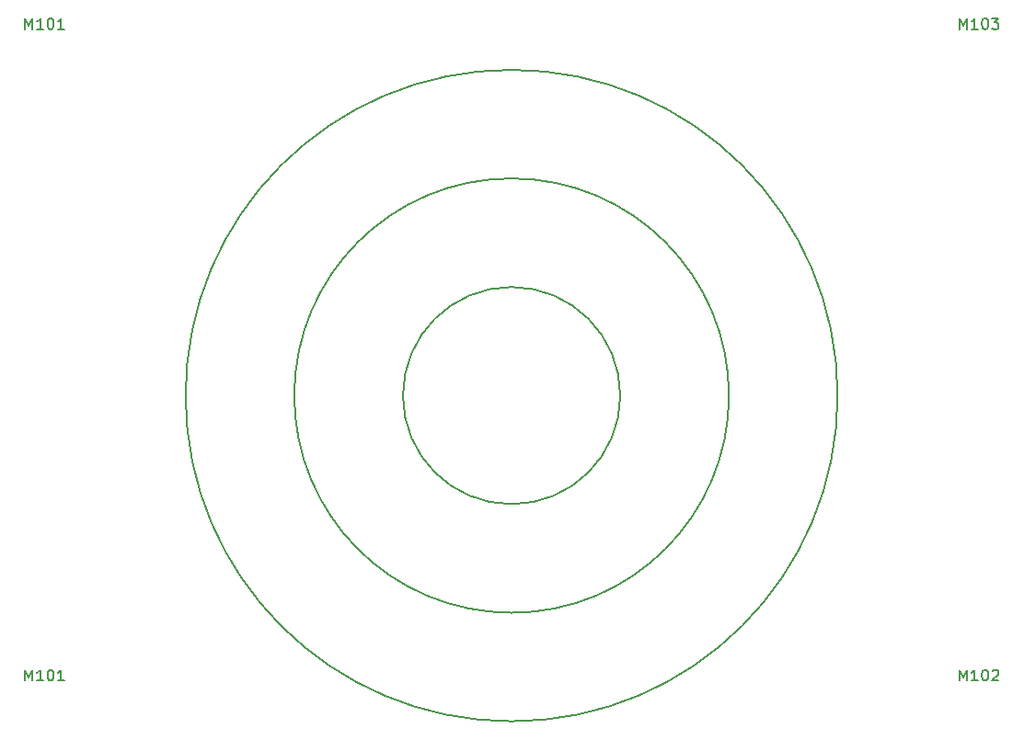
<source format=gbr>
G04 #@! TF.FileFunction,Legend,Top*
%FSLAX46Y46*%
G04 Gerber Fmt 4.6, Leading zero omitted, Abs format (unit mm)*
G04 Created by KiCad (PCBNEW 4.0.7) date 06/10/18 15:36:23*
%MOMM*%
%LPD*%
G01*
G04 APERTURE LIST*
%ADD10C,0.100000*%
%ADD11C,0.200000*%
%ADD12C,0.150000*%
G04 APERTURE END LIST*
D10*
D11*
X180000000Y-113000000D02*
G75*
G03X180000000Y-113000000I-30000000J0D01*
G01*
X170000000Y-113000000D02*
G75*
G03X170000000Y-113000000I-20000000J0D01*
G01*
X160000000Y-113000000D02*
G75*
G03X160000000Y-113000000I-10000000J0D01*
G01*
D12*
X105238095Y-79252381D02*
X105238095Y-78252381D01*
X105571429Y-78966667D01*
X105904762Y-78252381D01*
X105904762Y-79252381D01*
X106904762Y-79252381D02*
X106333333Y-79252381D01*
X106619047Y-79252381D02*
X106619047Y-78252381D01*
X106523809Y-78395238D01*
X106428571Y-78490476D01*
X106333333Y-78538095D01*
X107523809Y-78252381D02*
X107619048Y-78252381D01*
X107714286Y-78300000D01*
X107761905Y-78347619D01*
X107809524Y-78442857D01*
X107857143Y-78633333D01*
X107857143Y-78871429D01*
X107809524Y-79061905D01*
X107761905Y-79157143D01*
X107714286Y-79204762D01*
X107619048Y-79252381D01*
X107523809Y-79252381D01*
X107428571Y-79204762D01*
X107380952Y-79157143D01*
X107333333Y-79061905D01*
X107285714Y-78871429D01*
X107285714Y-78633333D01*
X107333333Y-78442857D01*
X107380952Y-78347619D01*
X107428571Y-78300000D01*
X107523809Y-78252381D01*
X108809524Y-79252381D02*
X108238095Y-79252381D01*
X108523809Y-79252381D02*
X108523809Y-78252381D01*
X108428571Y-78395238D01*
X108333333Y-78490476D01*
X108238095Y-78538095D01*
X105238095Y-139252381D02*
X105238095Y-138252381D01*
X105571429Y-138966667D01*
X105904762Y-138252381D01*
X105904762Y-139252381D01*
X106904762Y-139252381D02*
X106333333Y-139252381D01*
X106619047Y-139252381D02*
X106619047Y-138252381D01*
X106523809Y-138395238D01*
X106428571Y-138490476D01*
X106333333Y-138538095D01*
X107523809Y-138252381D02*
X107619048Y-138252381D01*
X107714286Y-138300000D01*
X107761905Y-138347619D01*
X107809524Y-138442857D01*
X107857143Y-138633333D01*
X107857143Y-138871429D01*
X107809524Y-139061905D01*
X107761905Y-139157143D01*
X107714286Y-139204762D01*
X107619048Y-139252381D01*
X107523809Y-139252381D01*
X107428571Y-139204762D01*
X107380952Y-139157143D01*
X107333333Y-139061905D01*
X107285714Y-138871429D01*
X107285714Y-138633333D01*
X107333333Y-138442857D01*
X107380952Y-138347619D01*
X107428571Y-138300000D01*
X107523809Y-138252381D01*
X108809524Y-139252381D02*
X108238095Y-139252381D01*
X108523809Y-139252381D02*
X108523809Y-138252381D01*
X108428571Y-138395238D01*
X108333333Y-138490476D01*
X108238095Y-138538095D01*
X191238095Y-139252381D02*
X191238095Y-138252381D01*
X191571429Y-138966667D01*
X191904762Y-138252381D01*
X191904762Y-139252381D01*
X192904762Y-139252381D02*
X192333333Y-139252381D01*
X192619047Y-139252381D02*
X192619047Y-138252381D01*
X192523809Y-138395238D01*
X192428571Y-138490476D01*
X192333333Y-138538095D01*
X193523809Y-138252381D02*
X193619048Y-138252381D01*
X193714286Y-138300000D01*
X193761905Y-138347619D01*
X193809524Y-138442857D01*
X193857143Y-138633333D01*
X193857143Y-138871429D01*
X193809524Y-139061905D01*
X193761905Y-139157143D01*
X193714286Y-139204762D01*
X193619048Y-139252381D01*
X193523809Y-139252381D01*
X193428571Y-139204762D01*
X193380952Y-139157143D01*
X193333333Y-139061905D01*
X193285714Y-138871429D01*
X193285714Y-138633333D01*
X193333333Y-138442857D01*
X193380952Y-138347619D01*
X193428571Y-138300000D01*
X193523809Y-138252381D01*
X194238095Y-138347619D02*
X194285714Y-138300000D01*
X194380952Y-138252381D01*
X194619048Y-138252381D01*
X194714286Y-138300000D01*
X194761905Y-138347619D01*
X194809524Y-138442857D01*
X194809524Y-138538095D01*
X194761905Y-138680952D01*
X194190476Y-139252381D01*
X194809524Y-139252381D01*
X191238095Y-79252381D02*
X191238095Y-78252381D01*
X191571429Y-78966667D01*
X191904762Y-78252381D01*
X191904762Y-79252381D01*
X192904762Y-79252381D02*
X192333333Y-79252381D01*
X192619047Y-79252381D02*
X192619047Y-78252381D01*
X192523809Y-78395238D01*
X192428571Y-78490476D01*
X192333333Y-78538095D01*
X193523809Y-78252381D02*
X193619048Y-78252381D01*
X193714286Y-78300000D01*
X193761905Y-78347619D01*
X193809524Y-78442857D01*
X193857143Y-78633333D01*
X193857143Y-78871429D01*
X193809524Y-79061905D01*
X193761905Y-79157143D01*
X193714286Y-79204762D01*
X193619048Y-79252381D01*
X193523809Y-79252381D01*
X193428571Y-79204762D01*
X193380952Y-79157143D01*
X193333333Y-79061905D01*
X193285714Y-78871429D01*
X193285714Y-78633333D01*
X193333333Y-78442857D01*
X193380952Y-78347619D01*
X193428571Y-78300000D01*
X193523809Y-78252381D01*
X194190476Y-78252381D02*
X194809524Y-78252381D01*
X194476190Y-78633333D01*
X194619048Y-78633333D01*
X194714286Y-78680952D01*
X194761905Y-78728571D01*
X194809524Y-78823810D01*
X194809524Y-79061905D01*
X194761905Y-79157143D01*
X194714286Y-79204762D01*
X194619048Y-79252381D01*
X194333333Y-79252381D01*
X194238095Y-79204762D01*
X194190476Y-79157143D01*
M02*

</source>
